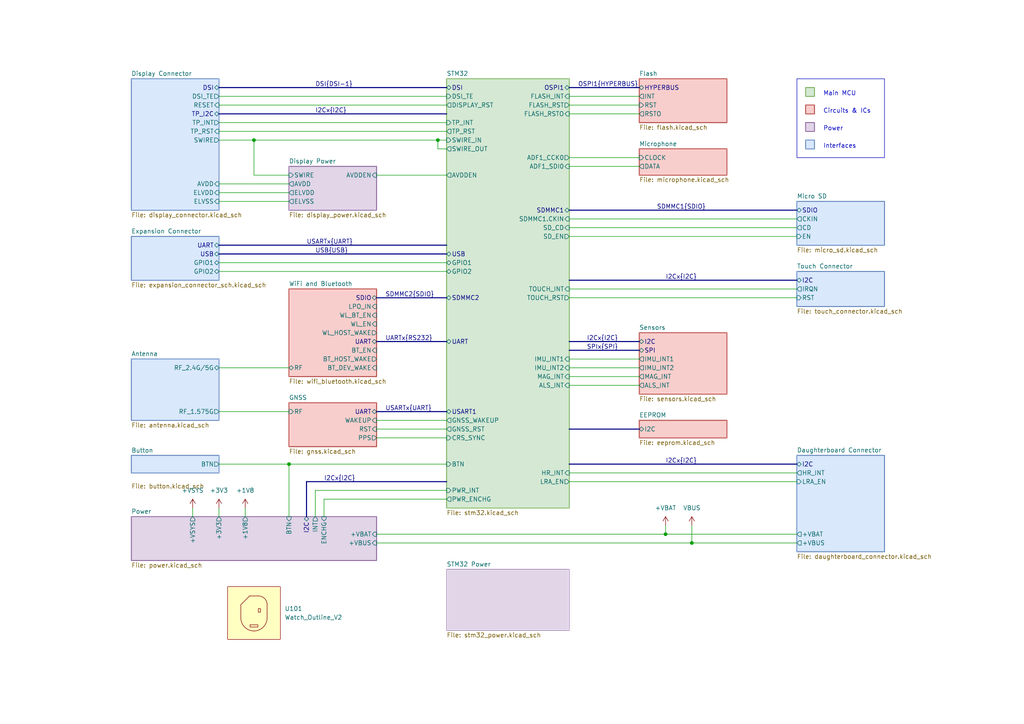
<source format=kicad_sch>
(kicad_sch (version 20230121) (generator eeschema)
  (paper "A4")
  (title_block (title "Watch Main Board") (rev "2"))
  (lib_symbols
    (symbol "power:+1V8" (power) (pin_names (offset 0))
      (property "Value" "+1V8" (at 0 3.556 0))
      (symbol "+1V8_0_1"
        (polyline (pts (xy -0.762 1.27) (xy 0 2.54)))
        (polyline (pts (xy 0 0) (xy 0 2.54)))
        (polyline (pts (xy 0 2.54) (xy 0.762 1.27)))
      )
      (symbol "+1V8_1_1"
        (pin power_in line (at 0 0 90) (length 0) hide (name "+1V8") (number "1"))
      )
    )
    (symbol "power:+3V3" (power) (pin_names (offset 0))
      (property "Value" "+3V3" (at 0 3.556 0))
      (symbol "+3V3_0_1"
        (polyline (pts (xy -0.762 1.27) (xy 0 2.54)))
        (polyline (pts (xy 0 0) (xy 0 2.54)))
        (polyline (pts (xy 0 2.54) (xy 0.762 1.27)))
      )
      (symbol "+3V3_1_1"
        (pin power_in line (at 0 0 90) (length 0) hide (name "+3V3") (number "1"))
      )
    )
    (symbol "power:VBUS" (power) (pin_names (offset 0))
      (property "Value" "VBUS" (at 0 3.81 0))
      (symbol "VBUS_0_1"
        (polyline (pts (xy -0.762 1.27) (xy 0 2.54)))
        (polyline (pts (xy 0 0) (xy 0 2.54)))
        (polyline (pts (xy 0 2.54) (xy 0.762 1.27)))
      )
      (symbol "VBUS_1_1"
        (pin power_in line (at 0 0 90) (length 0) hide (name "VBUS") (number "1"))
      )
    )
    (symbol "watch_symbols_lib:+VBAT" (power) (pin_names (offset 0))
      (property "Value" "+VBAT" (at 0 3.556 0))
      (symbol "+VBAT_0_1"
        (polyline (pts (xy -0.762 1.27) (xy 0 2.54)))
        (polyline (pts (xy 0 0) (xy 0 2.54)))
        (polyline (pts (xy 0 2.54) (xy 0.762 1.27)))
      )
      (symbol "+VBAT_1_1"
        (pin power_in line (at 0 0 90) (length 0) hide (name "+VBAT") (number "1"))
      )
    )
    (symbol "watch_symbols_lib:+VSYS" (power) (pin_names (offset 0))
      (property "Value" "+VSYS" (at 0 3.556 0))
      (symbol "+VSYS_0_1"
        (polyline (pts (xy -0.762 1.27) (xy 0 2.54)))
        (polyline (pts (xy 0 0) (xy 0 2.54)))
        (polyline (pts (xy 0 2.54) (xy 0.762 1.27)))
      )
      (symbol "+VSYS_1_1"
        (pin power_in line (at 0 0 90) (length 0) hide (name "+VSYS") (number "1"))
      )
    )
    (symbol "watch_symbols_lib:Watch_Outline_V3" (pin_numbers hide) (pin_names (offset 0) hide) (in_bom no)
      (property "Reference" "U" (at 0 12.7 0))
      (property "Value" "Watch_Outline_V3" (at 0 10.16 0))
      (symbol "Watch_Outline_V3_1_1"
        (rectangle (start -7.62 7.62) (end 7.62 -7.62) (fill (type background)))
        (arc (start -3.81 -1.397) (mid -2.6941 -4.0911) (end 0 -5.207))
        (rectangle (start -1.143 -3.429) (end 1.143 -4.064))
        (arc (start 0 -5.207) (mid 2.6941 -4.0911) (end 3.81 -1.397))
        (polyline (pts (xy -1.27 4.953) (xy 1.27 4.953)))
        (polyline (pts (xy 3.81 -1.397) (xy 3.81 -0.127)))
        (polyline (pts (xy 3.81 2.413) (xy 3.81 -0.127)))
        (polyline (pts (xy -1.27 4.953) (xy -3.81 2.413) (xy -3.81 -1.397)))
        (rectangle (start 1.27 1.27) (end 1.905 0.254))
        (arc (start 3.818 2.421) (mid 3.0717 4.2147) (end 1.278 4.961))
      )
    )
  )
  (bus_alias "HYPERBUS" (members "CLKP" "CLKN" "DQS" "CS" "IO[0..7]"))
  (bus_alias "RS232" (members "TX" "RX" "CTS" "RTS"))
  (bus_alias "SWD" (members "SWDIO" "SWCLK"))
  (junction (at 193.04 154.94))
  (junction (at 83.82 134.62))
  (junction (at 127 40.64))
  (junction (at 200.66 157.48))
  (junction (at 73.66 40.64))
  (wire (pts (xy 165.1 45.72) (xy 185.42 45.72)))
  (wire (pts (xy 165.1 68.58) (xy 231.14 68.58)))
  (bus (pts (xy 165.1 101.6) (xy 185.42 101.6)))
  (bus (pts (xy 88.9 139.7) (xy 129.54 139.7)))
  (wire (pts (xy 193.04 154.94) (xy 109.22 154.94)))
  (wire (pts (xy 129.54 43.18) (xy 127 43.18)))
  (wire (pts (xy 109.22 127) (xy 129.54 127)))
  (bus (pts (xy 165.1 81.28) (xy 231.14 81.28)))
  (wire (pts (xy 165.1 27.94) (xy 185.42 27.94)))
  (wire (pts (xy 83.82 134.62) (xy 129.54 134.62)))
  (wire (pts (xy 165.1 111.76) (xy 185.42 111.76)))
  (wire (pts (xy 165.1 30.48) (xy 185.42 30.48)))
  (wire (pts (xy 63.5 38.1) (xy 129.54 38.1)))
  (wire (pts (xy 73.66 40.64) (xy 127 40.64)))
  (bus (pts (xy 63.5 25.4) (xy 129.54 25.4)))
  (bus (pts (xy 63.5 73.66) (xy 129.54 73.66)))
  (wire (pts (xy 193.04 154.94) (xy 231.14 154.94)))
  (wire (pts (xy 55.88 147.32) (xy 55.88 149.86)))
  (wire (pts (xy 165.1 137.16) (xy 231.14 137.16)))
  (wire (pts (xy 63.5 119.38) (xy 83.82 119.38)))
  (wire (pts (xy 63.5 53.34) (xy 83.82 53.34)))
  (wire (pts (xy 63.5 40.64) (xy 73.66 40.64)))
  (wire (pts (xy 200.66 157.48) (xy 109.22 157.48)))
  (wire (pts (xy 127 40.64) (xy 129.54 40.64)))
  (wire (pts (xy 91.44 149.86) (xy 91.44 142.24)))
  (wire (pts (xy 93.98 144.78) (xy 129.54 144.78)))
  (wire (pts (xy 109.22 124.46) (xy 129.54 124.46)))
  (wire (pts (xy 63.5 55.88) (xy 83.82 55.88)))
  (wire (pts (xy 127 40.64) (xy 127 43.18)))
  (wire (pts (xy 193.04 152.4) (xy 193.04 154.94)))
  (wire (pts (xy 73.66 50.8) (xy 73.66 40.64)))
  (wire (pts (xy 71.12 147.32) (xy 71.12 149.86)))
  (wire (pts (xy 165.1 109.22) (xy 185.42 109.22)))
  (wire (pts (xy 63.5 78.74) (xy 129.54 78.74)))
  (wire (pts (xy 109.22 121.92) (xy 129.54 121.92)))
  (wire (pts (xy 165.1 33.02) (xy 185.42 33.02)))
  (bus (pts (xy 109.22 86.36) (xy 129.54 86.36)))
  (bus (pts (xy 165.1 134.62) (xy 231.14 134.62)))
  (wire (pts (xy 63.5 35.56) (xy 129.54 35.56)))
  (bus (pts (xy 165.1 124.46) (xy 185.42 124.46)))
  (wire (pts (xy 63.5 106.68) (xy 83.82 106.68)))
  (wire (pts (xy 63.5 76.2) (xy 129.54 76.2)))
  (wire (pts (xy 63.5 27.94) (xy 129.54 27.94)))
  (wire (pts (xy 165.1 106.68) (xy 185.42 106.68)))
  (wire (pts (xy 109.22 50.8) (xy 129.54 50.8)))
  (wire (pts (xy 165.1 66.04) (xy 231.14 66.04)))
  (bus (pts (xy 109.22 119.38) (xy 129.54 119.38)))
  (bus (pts (xy 88.9 139.7) (xy 88.9 149.86)))
  (wire (pts (xy 165.1 63.5) (xy 231.14 63.5)))
  (wire (pts (xy 91.44 142.24) (xy 129.54 142.24)))
  (wire (pts (xy 165.1 48.26) (xy 185.42 48.26)))
  (wire (pts (xy 63.5 30.48) (xy 129.54 30.48)))
  (wire (pts (xy 63.5 147.32) (xy 63.5 149.86)))
  (wire (pts (xy 165.1 83.82) (xy 231.14 83.82)))
  (bus (pts (xy 109.22 99.06) (xy 129.54 99.06)))
  (wire (pts (xy 83.82 50.8) (xy 73.66 50.8)))
  (wire (pts (xy 165.1 104.14) (xy 185.42 104.14)))
  (bus (pts (xy 63.5 71.12) (xy 129.54 71.12)))
  (wire (pts (xy 93.98 144.78) (xy 93.98 149.86)))
  (bus (pts (xy 165.1 25.4) (xy 185.42 25.4)))
  (wire (pts (xy 165.1 86.36) (xy 231.14 86.36)))
  (wire (pts (xy 200.66 157.48) (xy 231.14 157.48)))
  (bus (pts (xy 165.1 60.96) (xy 231.14 60.96)))
  (wire (pts (xy 165.1 139.7) (xy 231.14 139.7)))
  (wire (pts (xy 63.5 58.42) (xy 83.82 58.42)))
  (bus (pts (xy 63.5 33.02) (xy 129.54 33.02)))
  (wire (pts (xy 200.66 152.4) (xy 200.66 157.48)))
  (wire (pts (xy 63.5 134.62) (xy 83.82 134.62)))
  (bus (pts (xy 165.1 99.06) (xy 185.42 99.06)))
  (wire (pts (xy 83.82 134.62) (xy 83.82 149.86)))
  (rectangle (start 233.68 35.56) (end 236.22 38.1) (stroke (width 0.3048) (color 150 115 166 1)) (fill (type color) (color 225 213 231 1)))
  (rectangle (start 233.68 30.48) (end 236.22 33.02) (stroke (width 0.3048) (color 184 84 80 1)) (fill (type color) (color 248 206 204 1)))
  (rectangle (start 231.14 22.86) (end 256.54 45.72))
  (rectangle (start 233.68 40.64) (end 236.22 43.18) (stroke (width 0.3048) (color 108 142 191 1)) (fill (type color) (color 218 232 252 1)))
  (rectangle (start 233.68 25.4) (end 236.22 27.94) (stroke (width 0.3048) (color 130 179 102 1)) (fill (type color) (color 213 232 212 1)))
  (text "Interfaces" (at 238.76 43.18 0) (effects (font (size 1.27 1.27)) (justify left bottom)))
  (text "Circuits & ICs" (at 238.76 33.02 0) (effects (font (size 1.27 1.27)) (justify left bottom)))
  (text "Power" (at 238.76 38.1 0) (effects (font (size 1.27 1.27)) (justify left bottom)))
  (text "Main MCU" (at 238.76 27.94 0) (effects (font (size 1.27 1.27)) (justify left bottom)))
  (label "SDMMC1{SDIO}" (at 190.5 60.96 0))
  (label "I2Cx{I2C}" (at 91.44 33.02 0))
  (label "DSI{DSI-1}" (at 91.44 25.4 0))
  (label "OSPI1{HYPERBUS}" (at 167.64 25.4 0))
  (label "I2Cx{I2C}" (at 170.18 99.06 0))
  (label "USARTx{UART}" (at 88.9 71.12 0))
  (label "SPIx{SPI}" (at 170.18 101.6 0))
  (label "UARTx{RS232}" (at 111.76 99.06 0))
  (label "SDMMC2{SDIO}" (at 111.76 86.36 0))
  (label "I2Cx{I2C}" (at 193.04 134.62 0))
  (label "USB{USB}" (at 91.44 73.66 0))
  (label "I2Cx{I2C}" (at 193.04 81.28 0))
  (label "USARTx{UART}" (at 111.76 119.38 0))
  (label "I2Cx{I2C}" (at 93.98 139.7 0))
  (symbol (lib_id "power:VBUS") (at 200.66 152.4 0) (unit 1)
    (property "Reference" "#PWR0109" (effects hide))
    (property "Value" "VBUS" (at 200.66 147.32 0))
  )
  (symbol (lib_id "power:+1V8") (at 71.12 147.32 0) (unit 1)
    (property "Reference" "#PWR0106" (effects hide))
    (property "Value" "+1V8" (at 71.12 142.24 0))
  )
  (symbol (lib_id "watch_symbols_lib:+VSYS") (at 55.88 147.32 0) (unit 1)
    (property "Reference" "#PWR0103" (effects hide))
    (property "Value" "+VSYS" (at 55.88 142.24 0))
  )
  (symbol (lib_id "watch_symbols_lib:Watch_Outline_V3") (at 73.66 177.8 0) (unit 1) (in_bom no)
    (property "Reference" "U101" (at 82.55 176.53 0) (effects (justify left)))
    (property "Value" "Watch_Outline_V2" (at 82.55 179.07 0) (effects (justify left)))
    (property "Footprint" "watch_footprints:Watch Outline V3" (effects hide))
    (property "Sim.Enable" "0" (effects hide))
  )
  (symbol (lib_id "power:+3V3") (at 63.5 147.32 0) (unit 1)
    (property "Reference" "#PWR0105" (effects hide))
    (property "Value" "+3V3" (at 63.5 142.24 0))
  )
  (symbol (lib_id "watch_symbols_lib:+VBAT") (at 193.04 152.4 0) (unit 1)
    (property "Reference" "#PWR0108" (effects hide))
    (property "Value" "+VBAT" (at 193.04 147.32 0))
  )
  (sheet (at 38.1 132.08) (size 25.4 5.08) (stroke (width 0.3048) (color 108 142 191 1)) (fill (color 218 232 252 1.0000))
    (property "Sheetname" "Button" (at 38.1 131.3684 0) (effects (justify left bottom)))
    (property "Sheetfile" "button.kicad_sch" (at 38.1 140.2846 0) (effects (justify left top)))
    (pin "BTN" output (at 63.5 134.62 0))
  )
  (sheet (at 185.42 22.86) (size 25.4 12.7) (stroke (width 0.3048) (color 184 84 80 1)) (fill (color 248 206 204 1.0000))
    (property "Sheetname" "Flash" (at 185.42 22.0722 0) (effects (justify left bottom)))
    (property "Sheetfile" "flash.kicad_sch" (at 185.42 36.2208 0) (effects (justify left top)))
    (pin "HYPERBUS" bidirectional (at 185.42 25.4 180))
    (pin "INT" output (at 185.42 27.94 180))
    (pin "RST" input (at 185.42 30.48 180))
    (pin "RSTO" output (at 185.42 33.02 180))
  )
  (sheet (at 38.1 68.58) (size 25.4 12.7) (stroke (width 0.3048) (color 108 142 191 1)) (fill (color 218 232 252 1.0000))
    (property "Sheetname" "Expansion Connector" (at 38.1 67.7922 0) (effects (justify left bottom)))
    (property "Sheetfile" "expansion_connector_sch.kicad_sch" (at 38.1 81.9408 0) (effects (justify left top)))
    (pin "USB" bidirectional (at 63.5 73.66 0))
    (pin "UART" bidirectional (at 63.5 71.12 0))
    (pin "GPIO1" bidirectional (at 63.5 76.2 0))
    (pin "GPIO2" bidirectional (at 63.5 78.74 0))
  )
  (sheet (at 83.82 48.26) (size 25.4 12.7) (stroke (width 0.3048) (color 150 115 166 1)) (fill (color 225 213 231 1.0000))
    (property "Sheetname" "Display Power" (at 83.82 47.4722 0) (effects (justify left bottom)))
    (property "Sheetfile" "display_power.kicad_sch" (at 83.82 61.6208 0) (effects (justify left top)))
    (pin "SWIRE" input (at 83.82 50.8 180))
    (pin "AVDDEN" input (at 109.22 50.8 0))
    (pin "AVDD" output (at 83.82 53.34 180))
    (pin "ELVDD" output (at 83.82 55.88 180))
    (pin "ELVSS" output (at 83.82 58.42 180))
  )
  (sheet (at 231.14 78.74) (size 25.4 10.16) (stroke (width 0.3048) (color 108 142 191 1)) (fill (color 218 232 252 1.0000))
    (property "Sheetname" "Touch Connector" (at 231.14 77.9522 0) (effects (justify left bottom)))
    (property "Sheetfile" "touch_connector.kicad_sch" (at 231.14 89.5608 0) (effects (justify left top)))
    (pin "I2C" bidirectional (at 231.14 81.28 180))
    (pin "IRQN" output (at 231.14 83.82 180))
    (pin "RST" input (at 231.14 86.36 180))
  )
  (sheet (at 129.54 165.1) (size 35.56 17.78) (stroke (width 0.1524) (color 150 115 166 1)) (fill (color 225 213 231 1.0000))
    (property "Sheetname" "STM32 Power" (at 129.54 164.3884 0) (effects (justify left bottom)))
    (property "Sheetfile" "stm32_power.kicad_sch" (at 129.54 183.4646 0) (effects (justify left top)))
  )
  (sheet (at 83.82 83.82) (size 25.4 25.4) (stroke (width 0.3048) (color 184 84 80 1)) (fill (color 248 206 204 1.0000))
    (property "Sheetname" "WiFi and Bluetooth" (at 83.82 83.0322 0) (effects (justify left bottom)))
    (property "Sheetfile" "wifi_bluetooth.kicad_sch" (at 83.82 109.8808 0) (effects (justify left top)))
    (pin "UART" bidirectional (at 109.22 99.06 0))
    (pin "SDIO" bidirectional (at 109.22 86.36 0))
    (pin "LPO_IN" input (at 109.22 88.9 0))
    (pin "BT_HOST_WAKE" output (at 109.22 104.14 0))
    (pin "WL_HOST_WAKE" output (at 109.22 96.52 0))
    (pin "WL_BT_EN" input (at 109.22 91.44 0))
    (pin "BT_EN" input (at 109.22 101.6 0))
    (pin "WL_EN" input (at 109.22 93.98 0))
    (pin "BT_DEV_WAKE" input (at 109.22 106.68 0))
    (pin "RF" bidirectional (at 83.82 106.68 180))
  )
  (sheet (at 185.42 121.92) (size 25.4 5.08) (stroke (width 0.3048) (color 184 84 80 1)) (fill (color 248 206 204 1.0000))
    (property "Sheetname" "EEPROM" (at 185.42 121.1322 0) (effects (justify left bottom)))
    (property "Sheetfile" "eeprom.kicad_sch" (at 185.42 127.6608 0) (effects (justify left top)))
    (pin "I2C" bidirectional (at 185.42 124.46 180))
  )
  (sheet (at 185.42 96.52) (size 25.4 17.78) (stroke (width 0.3048) (color 184 84 80 1)) (fill (color 248 206 204 1.0000))
    (property "Sheetname" "Sensors" (at 185.42 95.7322 0) (effects (justify left bottom)))
    (property "Sheetfile" "sensors.kicad_sch" (at 185.42 114.9608 0) (effects (justify left top)))
    (pin "IMU_INT1" output (at 185.42 104.14 180))
    (pin "IMU_INT2" output (at 185.42 106.68 180))
    (pin "MAG_INT" output (at 185.42 109.22 180))
    (pin "I2C" bidirectional (at 185.42 99.06 180))
    (pin "ALS_INT" output (at 185.42 111.76 180))
    (pin "SPI" bidirectional (at 185.42 101.6 180))
  )
  (sheet (at 83.82 116.84) (size 25.4 12.7) (stroke (width 0.3048) (color 184 84 80 1)) (fill (color 248 206 204 1.0000))
    (property "Sheetname" "GNSS" (at 83.82 116.0522 0) (effects (justify left bottom)))
    (property "Sheetfile" "gnss.kicad_sch" (at 83.82 130.2008 0) (effects (justify left top)))
    (pin "UART" bidirectional (at 109.22 119.38 0))
    (pin "WAKEUP" input (at 109.22 121.92 0))
    (pin "RST" input (at 109.22 124.46 0))
    (pin "PPS" output (at 109.22 127 0))
    (pin "RF" input (at 83.82 119.38 180))
  )
  (sheet (at 129.54 22.86) (size 35.56 124.46) (stroke (width 0.3048) (color 130 179 102 1)) (fill (color 213 232 212 1.0000))
    (property "Sheetname" "STM32" (at 129.54 22.0722 0) (effects (justify left bottom)))
    (property "Sheetfile" "stm32.kicad_sch" (at 129.54 147.9808 0) (effects (justify left top)))
    (pin "OSPI1" bidirectional (at 165.1 25.4 0))
    (pin "SDMMC1" bidirectional (at 165.1 60.96 0))
    (pin "BTN" input (at 129.54 134.62 180))
    (pin "IMU_INT1" input (at 165.1 104.14 0))
    (pin "IMU_INT2" input (at 165.1 106.68 0))
    (pin "SD_CD" input (at 165.1 66.04 0))
    (pin "GNSS_WAKEUP" output (at 129.54 121.92 180))
    (pin "GNSS_RST" output (at 129.54 124.46 180))
    (pin "CRS_SYNC" input (at 129.54 127 180))
    (pin "PWR_INT" input (at 129.54 142.24 180))
    (pin "FLASH_RST" output (at 165.1 30.48 0))
    (pin "FLASH_INT" input (at 165.1 27.94 0))
    (pin "TOUCH_RST" output (at 165.1 86.36 0))
    (pin "TOUCH_INT" input (at 165.1 83.82 0))
    (pin "HR_INT" input (at 165.1 137.16 0))
    (pin "FLASH_RSTO" input (at 165.1 33.02 0))
    (pin "MAG_INT" input (at 165.1 109.22 0))
    (pin "ALS_INT" input (at 165.1 111.76 0))
    (pin "LRA_EN" output (at 165.1 139.7 0))
    (pin "ADF1_SDI0" input (at 165.1 48.26 0))
    (pin "ADF1_CCK0" output (at 165.1 45.72 0))
    (pin "PWR_ENCHG" output (at 129.54 144.78 180))
    (pin "USB" bidirectional (at 129.54 73.66 180))
    (pin "AVDDEN" output (at 129.54 50.8 180))
    (pin "USART1" bidirectional (at 129.54 119.38 180))
    (pin "GPIO1" bidirectional (at 129.54 76.2 180))
    (pin "GPIO2" bidirectional (at 129.54 78.74 180))
    (pin "SD_EN" output (at 165.1 68.58 0))
    (pin "TP_INT" input (at 129.54 35.56 180))
    (pin "TP_RST" output (at 129.54 38.1 180))
    (pin "DSI" bidirectional (at 129.54 25.4 180))
    (pin "DISPLAY_RST" output (at 129.54 30.48 180))
    (pin "DSI_TE" input (at 129.54 27.94 180))
    (pin "SWIRE_IN" input (at 129.54 40.64 180))
    (pin "SWIRE_OUT" output (at 129.54 43.18 180))
    (pin "SDMMC1.CKIN" input (at 165.1 63.5 0))
    (pin "UART" bidirectional (at 129.54 99.06 180))
    (pin "SDMMC2" bidirectional (at 129.54 86.36 180))
  )
  (sheet (at 38.1 149.86) (size 71.12 12.7) (stroke (width 0.3048) (color 150 115 166 1)) (fill (color 225 213 231 1.0000))
    (property "Sheetname" "Power" (at 38.1 149.0722 0) (effects (justify left bottom)))
    (property "Sheetfile" "power.kicad_sch" (at 38.1 163.2208 0) (effects (justify left top)))
    (pin "+1V8" output (at 71.12 149.86 90))
    (pin "BTN" input (at 83.82 149.86 90))
    (pin "+VBUS" input (at 109.22 157.48 0))
    (pin "+VSYS" output (at 55.88 149.86 90))
    (pin "+VBAT" input (at 109.22 154.94 0))
    (pin "I2C" bidirectional (at 88.9 149.86 90))
    (pin "+3V3" output (at 63.5 149.86 90))
    (pin "INT" output (at 91.44 149.86 90))
    (pin "ENCHG" input (at 93.98 149.86 90))
  )
  (sheet (at 185.42 43.18) (size 25.4 7.62) (stroke (width 0.3048) (color 184 84 80 1)) (fill (color 248 206 204 1.0000))
    (property "Sheetname" "Microphone" (at 185.42 42.4684 0) (effects (justify left bottom)))
    (property "Sheetfile" "microphone.kicad_sch" (at 185.42 51.3846 0) (effects (justify left top)))
    (pin "DATA" output (at 185.42 48.26 180))
    (pin "CLOCK" input (at 185.42 45.72 180))
  )
  (sheet (at 231.14 132.08) (size 25.4 27.94) (stroke (width 0.3048) (color 108 142 191 1)) (fill (color 218 232 252 1.0000))
    (property "Sheetname" "Daughterboard Connector" (at 231.14 131.2922 0) (effects (justify left bottom)))
    (property "Sheetfile" "daughterboard_connector.kicad_sch" (at 231.14 160.6808 0) (effects (justify left top)))
    (pin "+VBAT" output (at 231.14 154.94 180))
    (pin "+VBUS" output (at 231.14 157.48 180))
    (pin "I2C" bidirectional (at 231.14 134.62 180))
    (pin "HR_INT" output (at 231.14 137.16 180))
    (pin "LRA_EN" input (at 231.14 139.7 180))
  )
  (sheet (at 38.1 104.14) (size 25.4 17.78) (stroke (width 0.3048) (color 108 142 191 1)) (fill (color 218 232 252 1.0000))
    (property "Sheetname" "Antenna" (at 38.1 103.3522 0) (effects (justify left bottom)))
    (property "Sheetfile" "antenna.kicad_sch" (at 38.1 122.5808 0) (effects (justify left top)))
    (pin "RF_1.575G" output (at 63.5 119.38 0))
    (pin "RF_2.4G{slash}5G" bidirectional (at 63.5 106.68 0))
  )
  (sheet (at 231.14 58.42) (size 25.4 12.7) (stroke (width 0.3048) (color 108 142 191 1)) (fill (color 218 232 252 1.0000))
    (property "Sheetname" "Micro SD" (at 231.14 57.6322 0) (effects (justify left bottom)))
    (property "Sheetfile" "micro_sd.kicad_sch" (at 231.14 71.7808 0) (effects (justify left top)))
    (pin "SDIO" bidirectional (at 231.14 60.96 180))
    (pin "CD" output (at 231.14 66.04 180))
    (pin "EN" input (at 231.14 68.58 180))
    (pin "CKIN" output (at 231.14 63.5 180))
  )
  (sheet (at 38.1 22.86) (size 25.4 38.1) (stroke (width 0.3048) (color 108 142 191 1)) (fill (color 218 232 252 1.0000))
    (property "Sheetname" "Display Connector" (at 38.1 22.0722 0) (effects (justify left bottom)))
    (property "Sheetfile" "display_connector.kicad_sch" (at 38.1 61.6208 0) (effects (justify left top)))
    (pin "DSI" bidirectional (at 63.5 25.4 0))
    (pin "DSI_TE" output (at 63.5 27.94 0))
    (pin "RESET" input (at 63.5 30.48 0))
    (pin "SWIRE" output (at 63.5 40.64 0))
    (pin "AVDD" input (at 63.5 53.34 0))
    (pin "ELVDD" input (at 63.5 55.88 0))
    (pin "ELVSS" input (at 63.5 58.42 0))
    (pin "TP_INT" output (at 63.5 35.56 0))
    (pin "TP_RST" input (at 63.5 38.1 0))
    (pin "TP_I2C" bidirectional (at 63.5 33.02 0))
  )
)
</source>
